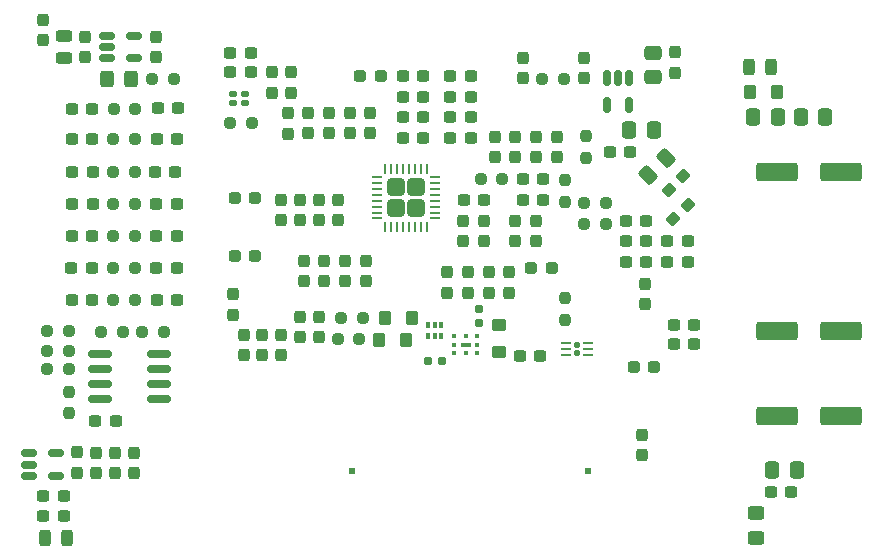
<source format=gbr>
%TF.GenerationSoftware,KiCad,Pcbnew,8.0.9-8.0.9-0~ubuntu22.04.1*%
%TF.CreationDate,2026-02-07T13:45:35+01:00*%
%TF.ProjectId,HW_0008_PrestoLO_2GHz_rev01a,48575f30-3030-4385-9f50-726573746f4c,rev?*%
%TF.SameCoordinates,Original*%
%TF.FileFunction,Paste,Top*%
%TF.FilePolarity,Positive*%
%FSLAX46Y46*%
G04 Gerber Fmt 4.6, Leading zero omitted, Abs format (unit mm)*
G04 Created by KiCad (PCBNEW 8.0.9-8.0.9-0~ubuntu22.04.1) date 2026-02-07 13:45:35*
%MOMM*%
%LPD*%
G01*
G04 APERTURE LIST*
G04 Aperture macros list*
%AMRoundRect*
0 Rectangle with rounded corners*
0 $1 Rounding radius*
0 $2 $3 $4 $5 $6 $7 $8 $9 X,Y pos of 4 corners*
0 Add a 4 corners polygon primitive as box body*
4,1,4,$2,$3,$4,$5,$6,$7,$8,$9,$2,$3,0*
0 Add four circle primitives for the rounded corners*
1,1,$1+$1,$2,$3*
1,1,$1+$1,$4,$5*
1,1,$1+$1,$6,$7*
1,1,$1+$1,$8,$9*
0 Add four rect primitives between the rounded corners*
20,1,$1+$1,$2,$3,$4,$5,0*
20,1,$1+$1,$4,$5,$6,$7,0*
20,1,$1+$1,$6,$7,$8,$9,0*
20,1,$1+$1,$8,$9,$2,$3,0*%
G04 Aperture macros list end*
%ADD10RoundRect,0.237500X0.237500X-0.300000X0.237500X0.300000X-0.237500X0.300000X-0.237500X-0.300000X0*%
%ADD11RoundRect,0.237500X-0.250000X-0.237500X0.250000X-0.237500X0.250000X0.237500X-0.250000X0.237500X0*%
%ADD12RoundRect,0.237500X0.300000X0.237500X-0.300000X0.237500X-0.300000X-0.237500X0.300000X-0.237500X0*%
%ADD13RoundRect,0.237500X-0.300000X-0.237500X0.300000X-0.237500X0.300000X0.237500X-0.300000X0.237500X0*%
%ADD14RoundRect,0.237500X-0.237500X0.300000X-0.237500X-0.300000X0.237500X-0.300000X0.237500X0.300000X0*%
%ADD15RoundRect,0.250000X-0.350000X0.275000X-0.350000X-0.275000X0.350000X-0.275000X0.350000X0.275000X0*%
%ADD16RoundRect,0.237500X0.044194X0.380070X-0.380070X-0.044194X-0.044194X-0.380070X0.380070X0.044194X0*%
%ADD17RoundRect,0.250000X-0.325000X-0.450000X0.325000X-0.450000X0.325000X0.450000X-0.325000X0.450000X0*%
%ADD18RoundRect,0.237500X0.237500X-0.250000X0.237500X0.250000X-0.237500X0.250000X-0.237500X-0.250000X0*%
%ADD19RoundRect,0.237500X-0.237500X0.287500X-0.237500X-0.287500X0.237500X-0.287500X0.237500X0.287500X0*%
%ADD20RoundRect,0.237500X0.250000X0.237500X-0.250000X0.237500X-0.250000X-0.237500X0.250000X-0.237500X0*%
%ADD21RoundRect,0.250000X-1.500000X-0.550000X1.500000X-0.550000X1.500000X0.550000X-1.500000X0.550000X0*%
%ADD22RoundRect,0.237500X-0.237500X0.250000X-0.237500X-0.250000X0.237500X-0.250000X0.237500X0.250000X0*%
%ADD23RoundRect,0.250000X0.275000X0.350000X-0.275000X0.350000X-0.275000X-0.350000X0.275000X-0.350000X0*%
%ADD24RoundRect,0.250000X-0.475000X0.337500X-0.475000X-0.337500X0.475000X-0.337500X0.475000X0.337500X0*%
%ADD25RoundRect,0.250000X0.337500X0.475000X-0.337500X0.475000X-0.337500X-0.475000X0.337500X-0.475000X0*%
%ADD26RoundRect,0.250000X-0.337500X-0.475000X0.337500X-0.475000X0.337500X0.475000X-0.337500X0.475000X0*%
%ADD27RoundRect,0.160000X0.197500X0.160000X-0.197500X0.160000X-0.197500X-0.160000X0.197500X-0.160000X0*%
%ADD28RoundRect,0.243750X0.243750X0.456250X-0.243750X0.456250X-0.243750X-0.456250X0.243750X-0.456250X0*%
%ADD29RoundRect,0.237500X-0.035355X-0.371231X0.371231X0.035355X0.035355X0.371231X-0.371231X-0.035355X0*%
%ADD30RoundRect,0.150000X-0.512500X-0.150000X0.512500X-0.150000X0.512500X0.150000X-0.512500X0.150000X0*%
%ADD31RoundRect,0.250000X-0.097227X0.574524X-0.574524X0.097227X0.097227X-0.574524X0.574524X-0.097227X0*%
%ADD32RoundRect,0.237500X-0.287500X-0.237500X0.287500X-0.237500X0.287500X0.237500X-0.287500X0.237500X0*%
%ADD33RoundRect,0.237500X0.237500X-0.287500X0.237500X0.287500X-0.237500X0.287500X-0.237500X-0.287500X0*%
%ADD34R,0.520000X0.520000*%
%ADD35RoundRect,0.160000X0.160000X-0.197500X0.160000X0.197500X-0.160000X0.197500X-0.160000X-0.197500X0*%
%ADD36R,0.400000X0.400000*%
%ADD37R,0.900000X0.400000*%
%ADD38RoundRect,0.120000X-0.120000X-0.155000X0.120000X-0.155000X0.120000X0.155000X-0.120000X0.155000X0*%
%ADD39RoundRect,0.062500X-0.375000X-0.062500X0.375000X-0.062500X0.375000X0.062500X-0.375000X0.062500X0*%
%ADD40R,0.300000X0.500000*%
%ADD41RoundRect,0.150000X-0.150000X0.512500X-0.150000X-0.512500X0.150000X-0.512500X0.150000X0.512500X0*%
%ADD42RoundRect,0.237500X0.287500X0.237500X-0.287500X0.237500X-0.287500X-0.237500X0.287500X-0.237500X0*%
%ADD43RoundRect,0.250000X0.450000X-0.325000X0.450000X0.325000X-0.450000X0.325000X-0.450000X-0.325000X0*%
%ADD44RoundRect,0.243750X0.456250X-0.243750X0.456250X0.243750X-0.456250X0.243750X-0.456250X-0.243750X0*%
%ADD45RoundRect,0.125000X0.175000X0.125000X-0.175000X0.125000X-0.175000X-0.125000X0.175000X-0.125000X0*%
%ADD46RoundRect,0.250000X-0.480000X-0.480000X0.480000X-0.480000X0.480000X0.480000X-0.480000X0.480000X0*%
%ADD47RoundRect,0.062500X-0.350000X-0.062500X0.350000X-0.062500X0.350000X0.062500X-0.350000X0.062500X0*%
%ADD48RoundRect,0.062500X-0.062500X-0.350000X0.062500X-0.350000X0.062500X0.350000X-0.062500X0.350000X0*%
%ADD49RoundRect,0.150000X0.825000X0.150000X-0.825000X0.150000X-0.825000X-0.150000X0.825000X-0.150000X0*%
G04 APERTURE END LIST*
D10*
%TO.C,C158*%
X98800000Y-54462500D03*
X98800000Y-52737500D03*
%TD*%
%TO.C,C145*%
X99100000Y-59600000D03*
X99100000Y-57875000D03*
%TD*%
%TO.C,C128*%
X83100000Y-75862500D03*
X83100000Y-74137500D03*
%TD*%
D11*
%TO.C,R126*%
X122837500Y-53000000D03*
X124662500Y-53000000D03*
%TD*%
D12*
%TO.C,C198*%
X131612500Y-58000000D03*
X129887500Y-58000000D03*
%TD*%
D13*
%TO.C,C175*%
X111500000Y-45750000D03*
X113225000Y-45750000D03*
%TD*%
D11*
%TO.C,R129*%
X101987500Y-64500000D03*
X103812500Y-64500000D03*
%TD*%
D14*
%TO.C,C156*%
X98000000Y-41937500D03*
X98000000Y-43662500D03*
%TD*%
%TO.C,C190*%
X130500000Y-40237500D03*
X130500000Y-41962500D03*
%TD*%
D13*
%TO.C,C178*%
X111500000Y-44000000D03*
X113225000Y-44000000D03*
%TD*%
D10*
%TO.C,C164*%
X97200000Y-54462500D03*
X97200000Y-52737500D03*
%TD*%
D14*
%TO.C,C170*%
X100400000Y-62637500D03*
X100400000Y-64362500D03*
%TD*%
D15*
%TO.C,L103*%
X115600000Y-63350000D03*
X115600000Y-65650000D03*
%TD*%
D16*
%TO.C,C196*%
X131209880Y-50690120D03*
X129990120Y-51909880D03*
%TD*%
D17*
%TO.C,D101*%
X82450000Y-42500000D03*
X84500000Y-42500000D03*
%TD*%
D18*
%TO.C,R127*%
X79200000Y-70812500D03*
X79200000Y-68987500D03*
%TD*%
D19*
%TO.C,FB109*%
X97750000Y-45375000D03*
X97750000Y-47125000D03*
%TD*%
D20*
%TO.C,R125*%
X115912500Y-51000000D03*
X114087500Y-51000000D03*
%TD*%
D11*
%TO.C,R108*%
X82975000Y-58500000D03*
X84800000Y-58500000D03*
%TD*%
D10*
%TO.C,C143*%
X111250000Y-60612500D03*
X111250000Y-58887500D03*
%TD*%
D21*
%TO.C,C115*%
X139200000Y-71000000D03*
X144600000Y-71000000D03*
%TD*%
D22*
%TO.C,R138*%
X121250000Y-61087500D03*
X121250000Y-62912500D03*
%TD*%
D23*
%TO.C,L101*%
X107750000Y-64600000D03*
X105450000Y-64600000D03*
%TD*%
D18*
%TO.C,R115*%
X123000000Y-49162500D03*
X123000000Y-47337500D03*
%TD*%
D24*
%TO.C,C188*%
X128700000Y-40262500D03*
X128700000Y-42337500D03*
%TD*%
D25*
%TO.C,C192*%
X128737500Y-46800000D03*
X126662500Y-46800000D03*
%TD*%
D10*
%TO.C,C176*%
X117000000Y-56250000D03*
X117000000Y-54525000D03*
%TD*%
D12*
%TO.C,C153*%
X109225000Y-45750000D03*
X107500000Y-45750000D03*
%TD*%
D13*
%TO.C,C111*%
X79475000Y-45037500D03*
X81200000Y-45037500D03*
%TD*%
%TO.C,C140*%
X92887500Y-40300000D03*
X94612500Y-40300000D03*
%TD*%
D12*
%TO.C,C166*%
X109225000Y-42250000D03*
X107500000Y-42250000D03*
%TD*%
D10*
%TO.C,C172*%
X118750000Y-56250000D03*
X118750000Y-54525000D03*
%TD*%
D26*
%TO.C,C135*%
X137162500Y-45700000D03*
X139237500Y-45700000D03*
%TD*%
D13*
%TO.C,C106*%
X79437500Y-47600000D03*
X81162500Y-47600000D03*
%TD*%
%TO.C,C174*%
X117637500Y-52750000D03*
X119362500Y-52750000D03*
%TD*%
D27*
%TO.C,R137*%
X110797500Y-66400000D03*
X109602500Y-66400000D03*
%TD*%
D10*
%TO.C,C125*%
X79900000Y-75825000D03*
X79900000Y-74100000D03*
%TD*%
D12*
%TO.C,C129*%
X88362500Y-61200000D03*
X86637500Y-61200000D03*
%TD*%
D13*
%TO.C,C171*%
X111500000Y-47500000D03*
X113225000Y-47500000D03*
%TD*%
D28*
%TO.C,C104*%
X79037500Y-81400000D03*
X77162500Y-81400000D03*
%TD*%
D11*
%TO.C,R104*%
X83012500Y-45037500D03*
X84837500Y-45037500D03*
%TD*%
%TO.C,R133*%
X102287500Y-62750000D03*
X104112500Y-62750000D03*
%TD*%
D29*
%TO.C,FB111*%
X130381282Y-54368718D03*
X131618718Y-53131282D03*
%TD*%
D30*
%TO.C,U102*%
X82462500Y-38850000D03*
X82462500Y-39800000D03*
X82462500Y-40750000D03*
X84737500Y-40750000D03*
X84737500Y-38850000D03*
%TD*%
D12*
%TO.C,C139*%
X88337500Y-53100000D03*
X86612500Y-53100000D03*
%TD*%
D14*
%TO.C,C147*%
X104750000Y-45387500D03*
X104750000Y-47112500D03*
%TD*%
%TO.C,C186*%
X98800000Y-62637500D03*
X98800000Y-64362500D03*
%TD*%
D10*
%TO.C,C150*%
X113000000Y-60612500D03*
X113000000Y-58887500D03*
%TD*%
D31*
%TO.C,C199*%
X129733623Y-49166377D03*
X128266377Y-50633623D03*
%TD*%
D12*
%TO.C,C180*%
X119362500Y-51000000D03*
X117637500Y-51000000D03*
%TD*%
D14*
%TO.C,C148*%
X120500000Y-47387500D03*
X120500000Y-49112500D03*
%TD*%
D10*
%TO.C,C165*%
X104350000Y-59600000D03*
X104350000Y-57875000D03*
%TD*%
D12*
%TO.C,C201*%
X132162500Y-63300000D03*
X130437500Y-63300000D03*
%TD*%
D13*
%TO.C,C182*%
X111500000Y-42250000D03*
X113225000Y-42250000D03*
%TD*%
D11*
%TO.C,R122*%
X122837500Y-54750000D03*
X124662500Y-54750000D03*
%TD*%
D13*
%TO.C,C204*%
X126387500Y-54500000D03*
X128112500Y-54500000D03*
%TD*%
D20*
%TO.C,R134*%
X83762500Y-63950000D03*
X81937500Y-63950000D03*
%TD*%
D32*
%TO.C,FB106*%
X93250000Y-52600000D03*
X95000000Y-52600000D03*
%TD*%
D33*
%TO.C,L104*%
X128000000Y-61575000D03*
X128000000Y-59825000D03*
%TD*%
D10*
%TO.C,C159*%
X102600000Y-59600000D03*
X102600000Y-57875000D03*
%TD*%
D12*
%TO.C,C146*%
X109225000Y-47500000D03*
X107500000Y-47500000D03*
%TD*%
D13*
%TO.C,C112*%
X79425000Y-58500000D03*
X81150000Y-58500000D03*
%TD*%
D14*
%TO.C,C105*%
X77000000Y-37475000D03*
X77000000Y-39200000D03*
%TD*%
D12*
%TO.C,C197*%
X132162500Y-64900000D03*
X130437500Y-64900000D03*
%TD*%
D19*
%TO.C,FB104*%
X93125000Y-60750000D03*
X93125000Y-62500000D03*
%TD*%
D13*
%TO.C,C193*%
X125037500Y-48700000D03*
X126762500Y-48700000D03*
%TD*%
D22*
%TO.C,R123*%
X121250000Y-51087500D03*
X121250000Y-52912500D03*
%TD*%
D14*
%TO.C,C167*%
X99500000Y-45387500D03*
X99500000Y-47112500D03*
%TD*%
D34*
%TO.C,TL101*%
X123200000Y-75700000D03*
X103200000Y-75700000D03*
%TD*%
D25*
%TO.C,C131*%
X143237500Y-45700000D03*
X141162500Y-45700000D03*
%TD*%
D35*
%TO.C,R136*%
X113900000Y-63197500D03*
X113900000Y-62002500D03*
%TD*%
D13*
%TO.C,C149*%
X92887500Y-41900000D03*
X94612500Y-41900000D03*
%TD*%
%TO.C,C203*%
X126387500Y-56250000D03*
X128112500Y-56250000D03*
%TD*%
D36*
%TO.C,TR101*%
X111850000Y-65700000D03*
X112800000Y-65700000D03*
X113750000Y-65700000D03*
X113750000Y-65000000D03*
X113750000Y-64300000D03*
X112800000Y-64300000D03*
X111850000Y-64300000D03*
X111850000Y-65000000D03*
D37*
X112800000Y-65000000D03*
%TD*%
D10*
%TO.C,C181*%
X94000000Y-65862500D03*
X94000000Y-64137500D03*
%TD*%
D13*
%TO.C,C120*%
X79512500Y-53100000D03*
X81237500Y-53100000D03*
%TD*%
D12*
%TO.C,C113*%
X78762500Y-77800000D03*
X77037500Y-77800000D03*
%TD*%
D11*
%TO.C,R107*%
X82975000Y-55800000D03*
X84800000Y-55800000D03*
%TD*%
D23*
%TO.C,L102*%
X108250000Y-62700000D03*
X105950000Y-62700000D03*
%TD*%
D14*
%TO.C,C189*%
X117700000Y-40737500D03*
X117700000Y-42462500D03*
%TD*%
%TO.C,C162*%
X117000000Y-47387500D03*
X117000000Y-49112500D03*
%TD*%
D10*
%TO.C,C136*%
X84700000Y-75862500D03*
X84700000Y-74137500D03*
%TD*%
D13*
%TO.C,C117*%
X79437500Y-61200000D03*
X81162500Y-61200000D03*
%TD*%
D38*
%TO.C,U109*%
X122250000Y-65000000D03*
X122250000Y-65680000D03*
D39*
X121312500Y-64840000D03*
X121312500Y-65340000D03*
X121312500Y-65840000D03*
X123187500Y-65840000D03*
X123187500Y-65340000D03*
X123187500Y-64840000D03*
%TD*%
D12*
%TO.C,C101*%
X140362500Y-77500000D03*
X138637500Y-77500000D03*
%TD*%
D20*
%TO.C,R130*%
X87262500Y-63950000D03*
X85437500Y-63950000D03*
%TD*%
%TO.C,R124*%
X88107500Y-42465000D03*
X86282500Y-42465000D03*
%TD*%
D14*
%TO.C,C168*%
X115250000Y-47387500D03*
X115250000Y-49112500D03*
%TD*%
D11*
%TO.C,R135*%
X119287500Y-42500000D03*
X121112500Y-42500000D03*
%TD*%
D20*
%TO.C,R132*%
X79225000Y-67100000D03*
X77400000Y-67100000D03*
%TD*%
D40*
%TO.C,U107*%
X110750000Y-63300000D03*
X110200000Y-63300000D03*
X109650000Y-63300000D03*
X109650000Y-64300000D03*
X110200000Y-64300000D03*
X110750000Y-64300000D03*
%TD*%
D10*
%TO.C,C144*%
X102000000Y-54462500D03*
X102000000Y-52737500D03*
%TD*%
D14*
%TO.C,C155*%
X118750000Y-47387500D03*
X118750000Y-49112500D03*
%TD*%
D10*
%TO.C,C177*%
X95600000Y-65862500D03*
X95600000Y-64137500D03*
%TD*%
D13*
%TO.C,C195*%
X126387500Y-58000000D03*
X128112500Y-58000000D03*
%TD*%
D11*
%TO.C,R103*%
X82987500Y-61200000D03*
X84812500Y-61200000D03*
%TD*%
D25*
%TO.C,C103*%
X140837500Y-75600000D03*
X138762500Y-75600000D03*
%TD*%
D10*
%TO.C,C133*%
X81500000Y-75862500D03*
X81500000Y-74137500D03*
%TD*%
D12*
%TO.C,C202*%
X131612500Y-56250000D03*
X129887500Y-56250000D03*
%TD*%
D10*
%TO.C,C163*%
X116500000Y-60612500D03*
X116500000Y-58887500D03*
%TD*%
D41*
%TO.C,U108*%
X126650000Y-42462500D03*
X125700000Y-42462500D03*
X124750000Y-42462500D03*
X124750000Y-44737500D03*
X126650000Y-44737500D03*
%TD*%
D11*
%TO.C,R105*%
X82962500Y-50400000D03*
X84787500Y-50400000D03*
%TD*%
D12*
%TO.C,C141*%
X88237500Y-50400000D03*
X86512500Y-50400000D03*
%TD*%
D14*
%TO.C,C191*%
X122800000Y-40737500D03*
X122800000Y-42462500D03*
%TD*%
D11*
%TO.C,R128*%
X77387500Y-63800000D03*
X79212500Y-63800000D03*
%TD*%
D32*
%TO.C,L105*%
X127025001Y-66900000D03*
X128774999Y-66900000D03*
%TD*%
D12*
%TO.C,C122*%
X88450000Y-44987500D03*
X86725000Y-44987500D03*
%TD*%
D21*
%TO.C,C130*%
X139200000Y-50400000D03*
X144600000Y-50400000D03*
%TD*%
D42*
%TO.C,FB105*%
X120125000Y-58500000D03*
X118375000Y-58500000D03*
%TD*%
D13*
%TO.C,C116*%
X79487500Y-55800000D03*
X81212500Y-55800000D03*
%TD*%
D20*
%TO.C,R131*%
X79212500Y-65500000D03*
X77387500Y-65500000D03*
%TD*%
D43*
%TO.C,FB101*%
X137400000Y-81325000D03*
X137400000Y-79275000D03*
%TD*%
D44*
%TO.C,C102*%
X78800000Y-40737500D03*
X78800000Y-38862500D03*
%TD*%
D14*
%TO.C,C200*%
X127750000Y-72637500D03*
X127750000Y-74362500D03*
%TD*%
D32*
%TO.C,FB107*%
X93250000Y-57500000D03*
X95000000Y-57500000D03*
%TD*%
D12*
%TO.C,C184*%
X83162500Y-71500000D03*
X81437500Y-71500000D03*
%TD*%
D21*
%TO.C,C109*%
X139200000Y-63800000D03*
X144600000Y-63800000D03*
%TD*%
D23*
%TO.C,FB103*%
X139150000Y-43600000D03*
X136850000Y-43600000D03*
%TD*%
D10*
%TO.C,C126*%
X86600000Y-40662500D03*
X86600000Y-38937500D03*
%TD*%
D32*
%TO.C,FB108*%
X103875000Y-42250000D03*
X105625000Y-42250000D03*
%TD*%
D12*
%TO.C,C134*%
X88350000Y-58500000D03*
X86625000Y-58500000D03*
%TD*%
D45*
%TO.C,U104*%
X94100000Y-43800000D03*
X93100000Y-43800000D03*
X93100000Y-44500000D03*
X94100000Y-44500000D03*
%TD*%
D10*
%TO.C,C183*%
X112612500Y-56250000D03*
X112612500Y-54525000D03*
%TD*%
D30*
%TO.C,U101*%
X75825000Y-74200000D03*
X75825000Y-75150000D03*
X75825000Y-76100000D03*
X78100000Y-76100000D03*
X78100000Y-74200000D03*
%TD*%
D11*
%TO.C,R106*%
X82962500Y-53100000D03*
X84787500Y-53100000D03*
%TD*%
D12*
%TO.C,C108*%
X78762500Y-79500000D03*
X77037500Y-79500000D03*
%TD*%
D13*
%TO.C,C123*%
X79512500Y-50400000D03*
X81237500Y-50400000D03*
%TD*%
D46*
%TO.C,U105*%
X106875000Y-51687500D03*
X106875000Y-53437500D03*
X108625000Y-51687500D03*
X108625000Y-53437500D03*
D47*
X105312500Y-50812500D03*
X105312500Y-51312500D03*
X105312500Y-51812500D03*
X105312500Y-52312500D03*
X105312500Y-52812500D03*
X105312500Y-53312500D03*
X105312500Y-53812500D03*
X105312500Y-54312500D03*
D48*
X106000000Y-55000000D03*
X106500000Y-55000000D03*
X107000000Y-55000000D03*
X107500000Y-55000000D03*
X108000000Y-55000000D03*
X108500000Y-55000000D03*
X109000000Y-55000000D03*
X109500000Y-55000000D03*
D47*
X110187500Y-54312500D03*
X110187500Y-53812500D03*
X110187500Y-53312500D03*
X110187500Y-52812500D03*
X110187500Y-52312500D03*
X110187500Y-51812500D03*
X110187500Y-51312500D03*
X110187500Y-50812500D03*
D48*
X109500000Y-50125000D03*
X109000000Y-50125000D03*
X108500000Y-50125000D03*
X108000000Y-50125000D03*
X107500000Y-50125000D03*
X107000000Y-50125000D03*
X106500000Y-50125000D03*
X106000000Y-50125000D03*
%TD*%
D10*
%TO.C,C173*%
X97200000Y-65862500D03*
X97200000Y-64137500D03*
%TD*%
D11*
%TO.C,R109*%
X82987500Y-47600000D03*
X84812500Y-47600000D03*
%TD*%
D49*
%TO.C,U106*%
X86825000Y-69605000D03*
X86825000Y-68335000D03*
X86825000Y-67065000D03*
X86825000Y-65795000D03*
X81875000Y-65795000D03*
X81875000Y-67065000D03*
X81875000Y-68335000D03*
X81875000Y-69605000D03*
%TD*%
D14*
%TO.C,C161*%
X101250000Y-45387500D03*
X101250000Y-47112500D03*
%TD*%
D12*
%TO.C,C137*%
X88350000Y-55800000D03*
X86625000Y-55800000D03*
%TD*%
D10*
%TO.C,C151*%
X100400000Y-54462500D03*
X100400000Y-52737500D03*
%TD*%
D28*
%TO.C,C187*%
X138637500Y-41500000D03*
X136762500Y-41500000D03*
%TD*%
D13*
%TO.C,C194*%
X117387500Y-66000000D03*
X119112500Y-66000000D03*
%TD*%
D12*
%TO.C,C185*%
X114362500Y-52750000D03*
X112637500Y-52750000D03*
%TD*%
%TO.C,C132*%
X88362500Y-47600000D03*
X86637500Y-47600000D03*
%TD*%
D10*
%TO.C,C179*%
X114362500Y-56250000D03*
X114362500Y-54525000D03*
%TD*%
D12*
%TO.C,C160*%
X109225000Y-44000000D03*
X107500000Y-44000000D03*
%TD*%
D14*
%TO.C,C142*%
X96400000Y-41937499D03*
X96400000Y-43662501D03*
%TD*%
D20*
%TO.C,R114*%
X94712500Y-46200000D03*
X92887500Y-46200000D03*
%TD*%
D14*
%TO.C,C154*%
X103000000Y-45387500D03*
X103000000Y-47112500D03*
%TD*%
D10*
%TO.C,C157*%
X114750000Y-60612500D03*
X114750000Y-58887500D03*
%TD*%
%TO.C,C152*%
X100850000Y-59600000D03*
X100850000Y-57875000D03*
%TD*%
%TO.C,C110*%
X80600000Y-40662500D03*
X80600000Y-38937500D03*
%TD*%
M02*

</source>
